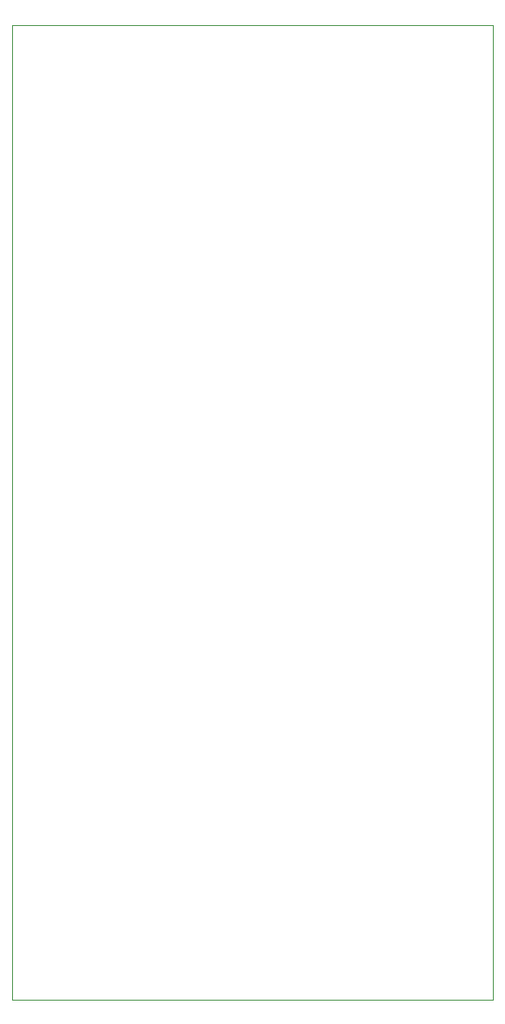
<source format=gbr>
G04 #@! TF.GenerationSoftware,KiCad,Pcbnew,(5.1.5)-3*
G04 #@! TF.CreationDate,2020-05-11T13:58:32+02:00*
G04 #@! TF.ProjectId,bioterio_v01,62696f74-6572-4696-9f5f-7630312e6b69,rev?*
G04 #@! TF.SameCoordinates,Original*
G04 #@! TF.FileFunction,Profile,NP*
%FSLAX46Y46*%
G04 Gerber Fmt 4.6, Leading zero omitted, Abs format (unit mm)*
G04 Created by KiCad (PCBNEW (5.1.5)-3) date 2020-05-11 13:58:32*
%MOMM*%
%LPD*%
G04 APERTURE LIST*
%ADD10C,0.050000*%
G04 APERTURE END LIST*
D10*
X96520000Y-24130000D02*
X96520000Y-119380000D01*
X97790000Y-24130000D02*
X96520000Y-24130000D01*
X143510000Y-24130000D02*
X97790000Y-24130000D01*
X143510000Y-119380000D02*
X143510000Y-24130000D01*
X96520000Y-119380000D02*
X143510000Y-119380000D01*
M02*

</source>
